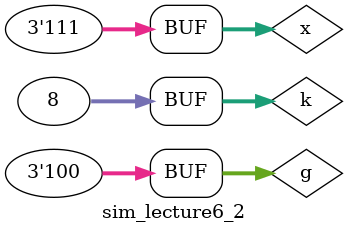
<source format=v>
`timescale 1ns / 1ps

module sim_lecture6_2();
    reg [2:0] x;
    reg [2:0] g;
    wire [7:0] y;
    integer k;
    
    lecture6_2 DUT (.g(g), .x(x), .y(y));
    
    initial
    begin
    x = 0; g = 3;
        for (k=0; k < 8; k=k+1)
            #5 x=k;
        #10;
    x = 0; g = 5;
        for (k=0; k < 8; k=k+1)
            #5 x=k;
        #10;
    x = 0; g = 2;
        for (k=0; k < 8; k=k+1)
            #5 x=k;
        #10;
    x = 0; g = 4;
        for (k=0; k < 8; k=k+1)
            #5 x=k;
        #10;
    end
endmodule
</source>
